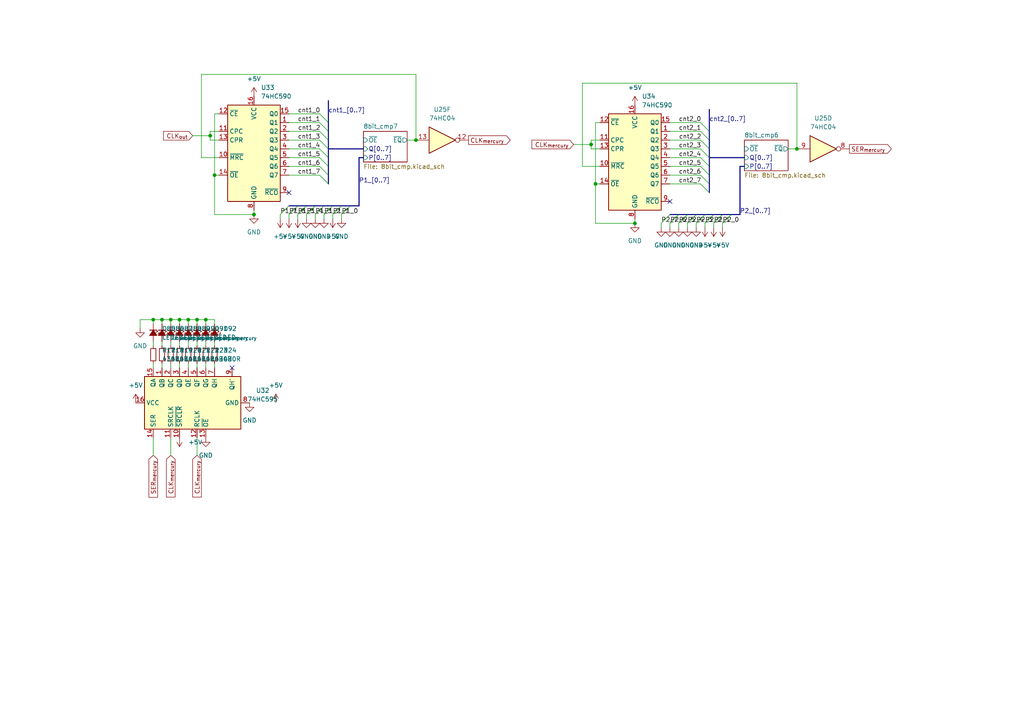
<source format=kicad_sch>
(kicad_sch (version 20230121) (generator eeschema)
  (paper "A4")
  (lib_symbols
    (symbol "74xx:74HC04"
      (property "Reference" "U" (at 0 1.27 0))
      (property "Value" "74HC04" (at 0 -1.27 0))
      (symbol "74HC04_1_0"
        (polyline (pts (xy -3.81 3.81) (xy -3.81 -3.81) (xy 3.81 0) (xy -3.81 3.81)) (stroke (width 0.254)) (fill (type background)))
        (pin input line (at -7.62 0 0) (length 3.81) (name "~") (number "1"))
        (pin output inverted (at 7.62 0 180) (length 3.81) (name "~") (number "2"))
      )
      (symbol "74HC04_2_0"
        (polyline (pts (xy -3.81 3.81) (xy -3.81 -3.81) (xy 3.81 0) (xy -3.81 3.81)) (stroke (width 0.254)) (fill (type background)))
        (pin input line (at -7.62 0 0) (length 3.81) (name "~") (number "3"))
        (pin output inverted (at 7.62 0 180) (length 3.81) (name "~") (number "4"))
      )
      (symbol "74HC04_3_0"
        (polyline (pts (xy -3.81 3.81) (xy -3.81 -3.81) (xy 3.81 0) (xy -3.81 3.81)) (stroke (width 0.254)) (fill (type background)))
        (pin input line (at -7.62 0 0) (length 3.81) (name "~") (number "5"))
        (pin output inverted (at 7.62 0 180) (length 3.81) (name "~") (number "6"))
      )
      (symbol "74HC04_4_0"
        (polyline (pts (xy -3.81 3.81) (xy -3.81 -3.81) (xy 3.81 0) (xy -3.81 3.81)) (stroke (width 0.254)) (fill (type background)))
        (pin output inverted (at 7.62 0 180) (length 3.81) (name "~") (number "8"))
        (pin input line (at -7.62 0 0) (length 3.81) (name "~") (number "9"))
      )
      (symbol "74HC04_5_0"
        (polyline (pts (xy -3.81 3.81) (xy -3.81 -3.81) (xy 3.81 0) (xy -3.81 3.81)) (stroke (width 0.254)) (fill (type background)))
        (pin output inverted (at 7.62 0 180) (length 3.81) (name "~") (number "10"))
        (pin input line (at -7.62 0 0) (length 3.81) (name "~") (number "11"))
      )
      (symbol "74HC04_6_0"
        (polyline (pts (xy -3.81 3.81) (xy -3.81 -3.81) (xy 3.81 0) (xy -3.81 3.81)) (stroke (width 0.254)) (fill (type background)))
        (pin output inverted (at 7.62 0 180) (length 3.81) (name "~") (number "12"))
        (pin input line (at -7.62 0 0) (length 3.81) (name "~") (number "13"))
      )
      (symbol "74HC04_7_0"
        (pin power_in line (at 0 12.7 270) (length 5.08) (name "VCC") (number "14"))
        (pin power_in line (at 0 -12.7 90) (length 5.08) (name "GND") (number "7"))
      )
      (symbol "74HC04_7_1"
        (rectangle (start -5.08 7.62) (end 5.08 -7.62) (stroke (width 0.254)) (fill (type background)))
      )
    )
    (symbol "74xx:74HC590"
      (property "Reference" "U" (at -7.62 16.51 0))
      (property "Value" "74HC590" (at -7.62 -13.97 0))
      (symbol "74HC590_1_0"
        (pin tri_state line (at 10.16 10.16 180) (length 2.54) (name "Q1") (number "1"))
        (pin input line (at -10.16 0 0) (length 2.54) (name "~{MRC}") (number "10"))
        (pin input line (at -10.16 7.62 0) (length 2.54) (name "CPC") (number "11"))
        (pin input line (at -10.16 12.7 0) (length 2.54) (name "~{CE}") (number "12"))
        (pin input line (at -10.16 5.08 0) (length 2.54) (name "CPR") (number "13"))
        (pin input line (at -10.16 -5.08 0) (length 2.54) (name "~{OE}") (number "14"))
        (pin tri_state line (at 10.16 12.7 180) (length 2.54) (name "Q0") (number "15"))
        (pin power_in line (at 0 17.78 270) (length 2.54) (name "VCC") (number "16"))
        (pin tri_state line (at 10.16 7.62 180) (length 2.54) (name "Q2") (number "2"))
        (pin tri_state line (at 10.16 5.08 180) (length 2.54) (name "Q3") (number "3"))
        (pin tri_state line (at 10.16 2.54 180) (length 2.54) (name "Q4") (number "4"))
        (pin tri_state line (at 10.16 0 180) (length 2.54) (name "Q5") (number "5"))
        (pin tri_state line (at 10.16 -2.54 180) (length 2.54) (name "Q6") (number "6"))
        (pin tri_state line (at 10.16 -5.08 180) (length 2.54) (name "Q7") (number "7"))
        (pin power_in line (at 0 -15.24 90) (length 2.54) (name "GND") (number "8"))
        (pin output line (at 10.16 -10.16 180) (length 2.54) (name "~{RCO}") (number "9"))
      )
      (symbol "74HC590_1_1"
        (rectangle (start -7.62 15.24) (end 7.62 -12.7) (stroke (width 0.254)) (fill (type background)))
      )
    )
    (symbol "74xx:74HC595"
      (property "Reference" "U" (at -7.62 13.97 0))
      (property "Value" "74HC595" (at -7.62 -16.51 0))
      (symbol "74HC595_1_0"
        (pin tri_state line (at 10.16 7.62 180) (length 2.54) (name "QB") (number "1"))
        (pin input line (at -10.16 2.54 0) (length 2.54) (name "~{SRCLR}") (number "10"))
        (pin input line (at -10.16 5.08 0) (length 2.54) (name "SRCLK") (number "11"))
        (pin input line (at -10.16 -2.54 0) (length 2.54) (name "RCLK") (number "12"))
        (pin input line (at -10.16 -5.08 0) (length 2.54) (name "~{OE}") (number "13"))
        (pin input line (at -10.16 10.16 0) (length 2.54) (name "SER") (number "14"))
        (pin tri_state line (at 10.16 10.16 180) (length 2.54) (name "QA") (number "15"))
        (pin power_in line (at 0 15.24 270) (length 2.54) (name "VCC") (number "16"))
        (pin tri_state line (at 10.16 5.08 180) (length 2.54) (name "QC") (number "2"))
        (pin tri_state line (at 10.16 2.54 180) (length 2.54) (name "QD") (number "3"))
        (pin tri_state line (at 10.16 0 180) (length 2.54) (name "QE") (number "4"))
        (pin tri_state line (at 10.16 -2.54 180) (length 2.54) (name "QF") (number "5"))
        (pin tri_state line (at 10.16 -5.08 180) (length 2.54) (name "QG") (number "6"))
        (pin tri_state line (at 10.16 -7.62 180) (length 2.54) (name "QH") (number "7"))
        (pin power_in line (at 0 -17.78 90) (length 2.54) (name "GND") (number "8"))
        (pin output line (at 10.16 -12.7 180) (length 2.54) (name "QH'") (number "9"))
      )
      (symbol "74HC595_1_1"
        (rectangle (start -7.62 12.7) (end 7.62 -15.24) (stroke (width 0.254)) (fill (type background)))
      )
    )
    (symbol "Device:LED_Small_Filled" (pin_numbers hide) (pin_names (offset 0.254) hide)
      (property "Reference" "D" (at -1.27 3.175 0))
      (property "Value" "LED_Small_Filled" (at -4.445 -2.54 0))
      (symbol "LED_Small_Filled_0_1"
        (polyline (pts (xy -0.762 -1.016) (xy -0.762 1.016)) (stroke (width 0.254)))
        (polyline (pts (xy 1.016 0) (xy -0.762 0)))
        (polyline (pts (xy 0.762 -1.016) (xy -0.762 0) (xy 0.762 1.016) (xy 0.762 -1.016)) (stroke (width 0.254)) (fill (type outline)))
        (polyline (pts (xy 0 0.762) (xy -0.508 1.27) (xy -0.254 1.27) (xy -0.508 1.27) (xy -0.508 1.016)))
        (polyline (pts (xy 0.508 1.27) (xy 0 1.778) (xy 0.254 1.778) (xy 0 1.778) (xy 0 1.524)))
      )
      (symbol "LED_Small_Filled_1_1"
        (pin passive line (at -2.54 0 0) (length 1.778) (name "K") (number "1"))
        (pin passive line (at 2.54 0 180) (length 1.778) (name "A") (number "2"))
      )
    )
    (symbol "Device:R_Small" (pin_numbers hide) (pin_names (offset 0.254) hide)
      (property "Reference" "R" (at 0.762 0.508 0))
      (property "Value" "R_Small" (at 0.762 -1.016 0))
      (symbol "R_Small_0_1"
        (rectangle (start -0.762 1.778) (end 0.762 -1.778) (stroke (width 0.2032)))
      )
      (symbol "R_Small_1_1"
        (pin passive line (at 0 2.54 270) (length 0.762) (name "~") (number "1"))
        (pin passive line (at 0 -2.54 90) (length 0.762) (name "~") (number "2"))
      )
    )
    (symbol "power:+5V" (power) (pin_names (offset 0))
      (property "Value" "+5V" (at 0 3.556 0))
      (symbol "+5V_0_1"
        (polyline (pts (xy -0.762 1.27) (xy 0 2.54)))
        (polyline (pts (xy 0 0) (xy 0 2.54)))
        (polyline (pts (xy 0 2.54) (xy 0.762 1.27)))
      )
      (symbol "+5V_1_1"
        (pin power_in line (at 0 0 90) (length 0) hide (name "+5V") (number "1"))
      )
    )
    (symbol "power:GND" (power) (pin_names (offset 0))
      (property "Value" "GND" (at 0 -3.81 0))
      (symbol "GND_0_1"
        (polyline (pts (xy 0 0) (xy 0 -1.27) (xy 1.27 -1.27) (xy 0 -2.54) (xy -1.27 -1.27) (xy 0 -1.27)))
      )
      (symbol "GND_1_1"
        (pin power_in line (at 0 0 270) (length 0) hide (name "GND") (number "1"))
      )
    )
  )
  (junction (at 49.53 92.71))
  (junction (at 59.69 92.71))
  (junction (at 120.65 40.64))
  (junction (at 60.96 39.37))
  (junction (at 172.72 53.34))
  (junction (at 52.07 92.71))
  (junction (at 46.99 92.71))
  (junction (at 44.45 92.71))
  (junction (at 231.14 43.18))
  (junction (at 62.23 50.8))
  (junction (at 54.61 92.71))
  (junction (at 171.45 41.91))
  (junction (at 57.15 92.71))
  (junction (at 184.15 64.77))
  (junction (at 73.66 62.23))
  (no_connect (at 67.31 106.68))
  (no_connect (at 83.82 55.88))
  (no_connect (at 194.31 58.42))
  (bus_entry (at 199.39 62.23) (size -2.54 2.54))
  (bus_entry (at 204.47 62.23) (size -2.54 2.54))
  (bus_entry (at 203.2 45.72) (size 2.54 2.54))
  (bus_entry (at 96.52 59.69) (size -2.54 2.54))
  (bus_entry (at 201.93 62.23) (size -2.54 2.54))
  (bus_entry (at 92.71 35.56) (size 2.54 2.54))
  (bus_entry (at 93.98 59.69) (size -2.54 2.54))
  (bus_entry (at 209.55 62.23) (size -2.54 2.54))
  (bus_entry (at 203.2 35.56) (size 2.54 2.54))
  (bus_entry (at 91.44 59.69) (size -2.54 2.54))
  (bus_entry (at 92.71 40.64) (size 2.54 2.54))
  (bus_entry (at 92.71 43.18) (size 2.54 2.54))
  (bus_entry (at 99.06 59.69) (size -2.54 2.54))
  (bus_entry (at 101.6 59.69) (size -2.54 2.54))
  (bus_entry (at 194.31 62.23) (size -2.54 2.54))
  (bus_entry (at 86.36 59.69) (size -2.54 2.54))
  (bus_entry (at 203.2 53.34) (size 2.54 2.54))
  (bus_entry (at 207.01 62.23) (size -2.54 2.54))
  (bus_entry (at 92.71 50.8) (size 2.54 2.54))
  (bus_entry (at 88.9 59.69) (size -2.54 2.54))
  (bus_entry (at 92.71 33.02) (size 2.54 2.54))
  (bus_entry (at 196.85 62.23) (size -2.54 2.54))
  (bus_entry (at 83.82 59.69) (size -2.54 2.54))
  (bus_entry (at 203.2 40.64) (size 2.54 2.54))
  (bus_entry (at 92.71 38.1) (size 2.54 2.54))
  (bus_entry (at 92.71 48.26) (size 2.54 2.54))
  (bus_entry (at 203.2 48.26) (size 2.54 2.54))
  (bus_entry (at 212.09 62.23) (size -2.54 2.54))
  (bus_entry (at 203.2 43.18) (size 2.54 2.54))
  (bus_entry (at 203.2 38.1) (size 2.54 2.54))
  (bus_entry (at 92.71 45.72) (size 2.54 2.54))
  (bus_entry (at 203.2 50.8) (size 2.54 2.54))
  (wire (pts (xy 83.82 40.64) (xy 92.71 40.64)))
  (wire (pts (xy 44.45 105.41) (xy 44.45 106.68)))
  (wire (pts (xy 83.82 35.56) (xy 92.71 35.56)))
  (wire (pts (xy 52.07 92.71) (xy 52.07 93.98)))
  (wire (pts (xy 83.82 62.23) (xy 83.82 63.5)))
  (wire (pts (xy 231.14 24.13) (xy 168.91 24.13)))
  (wire (pts (xy 60.96 39.37) (xy 60.96 38.1)))
  (wire (pts (xy 54.61 92.71) (xy 57.15 92.71)))
  (wire (pts (xy 171.45 43.18) (xy 171.45 41.91)))
  (wire (pts (xy 194.31 35.56) (xy 203.2 35.56)))
  (wire (pts (xy 62.23 62.23) (xy 62.23 50.8)))
  (wire (pts (xy 166.37 41.91) (xy 171.45 41.91)))
  (wire (pts (xy 99.06 62.23) (xy 99.06 63.5)))
  (wire (pts (xy 81.28 62.23) (xy 81.28 63.5)))
  (wire (pts (xy 49.53 99.06) (xy 49.53 100.33)))
  (wire (pts (xy 52.07 92.71) (xy 54.61 92.71)))
  (wire (pts (xy 171.45 41.91) (xy 171.45 40.64)))
  (wire (pts (xy 184.15 63.5) (xy 184.15 64.77)))
  (wire (pts (xy 168.91 48.26) (xy 173.99 48.26)))
  (wire (pts (xy 44.45 92.71) (xy 46.99 92.71)))
  (wire (pts (xy 207.01 64.77) (xy 207.01 66.04)))
  (bus (pts (xy 205.74 43.18) (xy 205.74 45.72)))
  (wire (pts (xy 194.31 38.1) (xy 203.2 38.1)))
  (wire (pts (xy 57.15 92.71) (xy 59.69 92.71)))
  (wire (pts (xy 62.23 33.02) (xy 63.5 33.02)))
  (wire (pts (xy 40.64 92.71) (xy 44.45 92.71)))
  (bus (pts (xy 194.31 62.23) (xy 196.85 62.23)))
  (wire (pts (xy 46.99 105.41) (xy 46.99 106.68)))
  (bus (pts (xy 214.63 62.23) (xy 214.63 48.26)))
  (wire (pts (xy 49.53 127) (xy 49.53 132.08)))
  (bus (pts (xy 209.55 62.23) (xy 212.09 62.23)))
  (bus (pts (xy 83.82 59.69) (xy 86.36 59.69)))
  (wire (pts (xy 62.23 50.8) (xy 62.23 33.02)))
  (wire (pts (xy 194.31 48.26) (xy 203.2 48.26)))
  (wire (pts (xy 62.23 92.71) (xy 62.23 93.98)))
  (wire (pts (xy 194.31 53.34) (xy 203.2 53.34)))
  (bus (pts (xy 93.98 59.69) (xy 96.52 59.69)))
  (wire (pts (xy 201.93 64.77) (xy 201.93 66.04)))
  (wire (pts (xy 59.69 105.41) (xy 59.69 106.68)))
  (bus (pts (xy 205.74 40.64) (xy 205.74 43.18)))
  (bus (pts (xy 95.25 45.72) (xy 95.25 48.26)))
  (bus (pts (xy 95.25 40.64) (xy 95.25 43.18)))
  (wire (pts (xy 62.23 50.8) (xy 63.5 50.8)))
  (wire (pts (xy 73.66 62.23) (xy 62.23 62.23)))
  (wire (pts (xy 196.85 64.77) (xy 196.85 66.04)))
  (wire (pts (xy 57.15 99.06) (xy 57.15 100.33)))
  (bus (pts (xy 196.85 62.23) (xy 199.39 62.23)))
  (bus (pts (xy 201.93 62.23) (xy 204.47 62.23)))
  (wire (pts (xy 172.72 53.34) (xy 172.72 35.56)))
  (wire (pts (xy 231.14 43.18) (xy 231.14 24.13)))
  (wire (pts (xy 46.99 92.71) (xy 49.53 92.71)))
  (bus (pts (xy 95.25 35.56) (xy 95.25 38.1)))
  (bus (pts (xy 205.74 45.72) (xy 215.9 45.72)))
  (wire (pts (xy 172.72 53.34) (xy 173.99 53.34)))
  (wire (pts (xy 57.15 92.71) (xy 57.15 93.98)))
  (wire (pts (xy 58.42 21.59) (xy 58.42 45.72)))
  (wire (pts (xy 83.82 43.18) (xy 92.71 43.18)))
  (bus (pts (xy 205.74 45.72) (xy 205.74 48.26)))
  (wire (pts (xy 118.11 40.64) (xy 120.65 40.64)))
  (wire (pts (xy 120.65 40.64) (xy 120.65 21.59)))
  (bus (pts (xy 212.09 62.23) (xy 214.63 62.23)))
  (wire (pts (xy 93.98 62.23) (xy 93.98 63.5)))
  (wire (pts (xy 168.91 24.13) (xy 168.91 48.26)))
  (bus (pts (xy 205.74 31.75) (xy 205.74 38.1)))
  (bus (pts (xy 205.74 48.26) (xy 205.74 50.8)))
  (bus (pts (xy 104.14 59.69) (xy 104.14 45.72)))
  (bus (pts (xy 207.01 62.23) (xy 209.55 62.23)))
  (wire (pts (xy 194.31 43.18) (xy 203.2 43.18)))
  (wire (pts (xy 44.45 99.06) (xy 44.45 100.33)))
  (wire (pts (xy 54.61 92.71) (xy 54.61 93.98)))
  (wire (pts (xy 57.15 127) (xy 57.15 132.08)))
  (wire (pts (xy 46.99 92.71) (xy 46.99 93.98)))
  (bus (pts (xy 204.47 62.23) (xy 207.01 62.23)))
  (wire (pts (xy 46.99 99.06) (xy 46.99 100.33)))
  (wire (pts (xy 209.55 64.77) (xy 209.55 66.04)))
  (wire (pts (xy 59.69 99.06) (xy 59.69 100.33)))
  (wire (pts (xy 184.15 64.77) (xy 172.72 64.77)))
  (bus (pts (xy 205.74 50.8) (xy 205.74 53.34)))
  (bus (pts (xy 95.25 38.1) (xy 95.25 40.64)))
  (wire (pts (xy 91.44 62.23) (xy 91.44 63.5)))
  (wire (pts (xy 96.52 62.23) (xy 96.52 63.5)))
  (wire (pts (xy 60.96 38.1) (xy 63.5 38.1)))
  (wire (pts (xy 171.45 40.64) (xy 173.99 40.64)))
  (wire (pts (xy 173.99 43.18) (xy 171.45 43.18)))
  (wire (pts (xy 172.72 64.77) (xy 172.72 53.34)))
  (wire (pts (xy 83.82 48.26) (xy 92.71 48.26)))
  (wire (pts (xy 58.42 45.72) (xy 63.5 45.72)))
  (wire (pts (xy 54.61 99.06) (xy 54.61 100.33)))
  (wire (pts (xy 54.61 105.41) (xy 54.61 106.68)))
  (wire (pts (xy 59.69 92.71) (xy 62.23 92.71)))
  (wire (pts (xy 83.82 45.72) (xy 92.71 45.72)))
  (wire (pts (xy 228.6 43.18) (xy 231.14 43.18)))
  (bus (pts (xy 205.74 53.34) (xy 205.74 55.88)))
  (wire (pts (xy 83.82 38.1) (xy 92.71 38.1)))
  (wire (pts (xy 49.53 105.41) (xy 49.53 106.68)))
  (bus (pts (xy 91.44 59.69) (xy 93.98 59.69)))
  (bus (pts (xy 214.63 48.26) (xy 215.9 48.26)))
  (bus (pts (xy 101.6 59.69) (xy 104.14 59.69)))
  (wire (pts (xy 63.5 40.64) (xy 60.96 40.64)))
  (wire (pts (xy 194.31 64.77) (xy 194.31 66.04)))
  (wire (pts (xy 44.45 132.08) (xy 44.45 127)))
  (bus (pts (xy 88.9 59.69) (xy 91.44 59.69)))
  (bus (pts (xy 95.25 29.21) (xy 95.25 35.56)))
  (bus (pts (xy 86.36 59.69) (xy 88.9 59.69)))
  (wire (pts (xy 62.23 105.41) (xy 62.23 106.68)))
  (wire (pts (xy 40.64 92.71) (xy 40.64 95.25)))
  (bus (pts (xy 95.25 43.18) (xy 105.41 43.18)))
  (wire (pts (xy 83.82 50.8) (xy 92.71 50.8)))
  (wire (pts (xy 194.31 50.8) (xy 203.2 50.8)))
  (wire (pts (xy 52.07 99.06) (xy 52.07 100.33)))
  (wire (pts (xy 49.53 92.71) (xy 52.07 92.71)))
  (bus (pts (xy 95.25 50.8) (xy 95.25 53.34)))
  (wire (pts (xy 60.96 40.64) (xy 60.96 39.37)))
  (wire (pts (xy 194.31 45.72) (xy 203.2 45.72)))
  (wire (pts (xy 59.69 92.71) (xy 59.69 93.98)))
  (wire (pts (xy 191.77 64.77) (xy 191.77 66.04)))
  (bus (pts (xy 95.25 48.26) (xy 95.25 50.8)))
  (bus (pts (xy 199.39 62.23) (xy 201.93 62.23)))
  (bus (pts (xy 104.14 45.72) (xy 105.41 45.72)))
  (wire (pts (xy 62.23 99.06) (xy 62.23 100.33)))
  (bus (pts (xy 99.06 59.69) (xy 101.6 59.69)))
  (bus (pts (xy 96.52 59.69) (xy 99.06 59.69)))
  (wire (pts (xy 44.45 92.71) (xy 44.45 93.98)))
  (wire (pts (xy 204.47 64.77) (xy 204.47 66.04)))
  (bus (pts (xy 95.25 43.18) (xy 95.25 45.72)))
  (bus (pts (xy 205.74 38.1) (xy 205.74 40.64)))
  (wire (pts (xy 172.72 35.56) (xy 173.99 35.56)))
  (wire (pts (xy 194.31 40.64) (xy 203.2 40.64)))
  (wire (pts (xy 57.15 105.41) (xy 57.15 106.68)))
  (wire (pts (xy 83.82 33.02) (xy 92.71 33.02)))
  (wire (pts (xy 120.65 21.59) (xy 58.42 21.59)))
  (wire (pts (xy 199.39 64.77) (xy 199.39 66.04)))
  (wire (pts (xy 73.66 60.96) (xy 73.66 62.23)))
  (wire (pts (xy 55.88 39.37) (xy 60.96 39.37)))
  (wire (pts (xy 88.9 62.23) (xy 88.9 63.5)))
  (wire (pts (xy 86.36 62.23) (xy 86.36 63.5)))
  (wire (pts (xy 49.53 92.71) (xy 49.53 93.98)))
  (wire (pts (xy 52.07 105.41) (xy 52.07 106.68)))
  (label "cnt2_0" (at 196.85 35.56 0))
  (label "P1_[0..7]" (at 104.14 53.34 0))
  (label "P1_6" (at 83.82 62.23 0))
  (label "cnt2_[0..7]" (at 205.74 35.56 0))
  (label "cnt2_2" (at 196.9014 40.64 0))
  (label "P2_[0..7]" (at 214.63 62.23 0))
  (label "cnt2_3" (at 196.85 43.18 0))
  (label "P2_7" (at 191.77 64.77 0))
  (label "P2_2" (at 204.47 64.77 0))
  (label "cnt2_6" (at 196.85 50.8 0))
  (label "P2_4" (at 199.39 64.77 0))
  (label "cnt1_3" (at 86.36 40.64 0))
  (label "cnt1_2" (at 86.4114 38.1 0))
  (label "cnt1_[0..7]" (at 95.25 33.02 0))
  (label "cnt1_6" (at 86.36 48.26 0))
  (label "P2_1" (at 207.01 64.77 0))
  (label "cnt1_1" (at 86.36 35.56 0))
  (label "P1_2" (at 93.98 62.23 0))
  (label "cnt1_0" (at 86.36 33.02 0))
  (label "cnt2_7" (at 196.85 53.34 0))
  (label "P1_4" (at 88.9 62.23 0))
  (label "cnt1_5" (at 86.36 45.72 0))
  (label "P2_3" (at 201.93 64.77 0))
  (label "P1_3" (at 91.44 62.23 0))
  (label "cnt1_7" (at 86.36 50.8 0))
  (label "cnt1_4" (at 86.36 43.18 0))
  (label "P1_7" (at 81.28 62.23 0))
  (label "cnt2_4" (at 196.85 45.72 0))
  (label "P2_0" (at 209.55 64.77 0))
  (label "P2_6" (at 194.31 64.77 0))
  (label "P1_1" (at 96.52 62.23 0))
  (label "P1_0" (at 99.06 62.23 0))
  (label "P1_5" (at 86.36 62.23 0))
  (label "P2_5" (at 196.85 64.77 0))
  (label "cnt2_1" (at 196.85 38.1 0))
  (label "cnt2_5" (at 196.85 48.26 0))
  (global_label "SER_{mercury}" (shape output) (at 246.38 43.18 0) (property "Intersheetrefs" "${INTERSHEET_REFS}" (effects hide)))
  (global_label "CLK_{mercury}" (shape input) (at 166.37 41.91 180) (property "Intersheetrefs" "${INTERSHEET_REFS}" (effects hide)))
  (global_label "SER_{mercury}" (shape input) (at 44.45 132.08 270) (property "Intersheetrefs" "${INTERSHEET_REFS}" (effects hide)))
  (global_label "CLK_{out}" (shape input) (at 55.88 39.37 180) (property "Intersheetrefs" "${INTERSHEET_REFS}" (effects hide)))
  (global_label "CLK_{mercury}" (shape input) (at 57.15 132.08 270) (property "Intersheetrefs" "${INTERSHEET_REFS}" (effects hide)))
  (global_label "CLK_{mercury}" (shape input) (at 49.53 132.08 270) (property "Intersheetrefs" "${INTERSHEET_REFS}" (effects hide)))
  (global_label "CLK_{mercury}" (shape output) (at 135.89 40.64 0) (property "Intersheetrefs" "${INTERSHEET_REFS}" (effects hide)))
  (symbol (lib_id "Device:R_Small") (at 52.07 102.87 0) (unit 1)
    (property "Reference" "R20" (at 54.61 101.5999 0) (effects (justify left)))
    (property "Value" "430R" (at 54.61 104.1399 0) (effects (justify left)))
    (property "Footprint" "Resistor_SMD:R_0603_1608Metric_Pad0.98x0.95mm_HandSolder" (effects hide))
  )
  (symbol (lib_id "Device:R_Small") (at 62.23 102.87 0) (unit 1)
    (property "Reference" "R24" (at 64.77 101.5999 0) (effects (justify left)))
    (property "Value" "430R" (at 64.77 104.1399 0) (effects (justify left)))
    (property "Footprint" "Resistor_SMD:R_0603_1608Metric_Pad0.98x0.95mm_HandSolder" (effects hide))
  )
  (symbol (lib_id "Device:R_Small") (at 57.15 102.87 0) (unit 1)
    (property "Reference" "R22" (at 59.69 101.5999 0) (effects (justify left)))
    (property "Value" "430R" (at 59.69 104.1399 0) (effects (justify left)))
    (property "Footprint" "Resistor_SMD:R_0603_1608Metric_Pad0.98x0.95mm_HandSolder" (effects hide))
  )
  (symbol (lib_id "power:GND") (at 184.15 64.77 0) (unit 1)
    (property "Reference" "#PWR0139" (effects hide))
    (property "Value" "GND" (at 184.15 69.85 0))
  )
  (symbol (lib_id "Device:LED_Small_Filled") (at 46.99 96.52 270) (unit 1)
    (property "Reference" "D86" (at 49.53 95.3134 90) (effects (justify left)))
    (property "Value" "LED_{mercury}" (at 49.53 97.8534 90) (effects (justify left)))
    (property "Footprint" "LED_SMD:LED_0402_1005Metric_Pad0.77x0.64mm_HandSolder" (effects hide))
  )
  (symbol (lib_id "Device:LED_Small_Filled") (at 57.15 96.52 270) (unit 1)
    (property "Reference" "D90" (at 59.69 95.3134 90) (effects (justify left)))
    (property "Value" "LED_{mercury}" (at 59.69 97.8534 90) (effects (justify left)))
    (property "Footprint" "LED_SMD:LED_0402_1005Metric_Pad0.77x0.64mm_HandSolder" (effects hide))
  )
  (symbol (lib_id "Device:LED_Small_Filled") (at 49.53 96.52 270) (unit 1)
    (property "Reference" "D87" (at 52.07 95.3134 90) (effects (justify left)))
    (property "Value" "LED_{mercury}" (at 52.07 97.8534 90) (effects (justify left)))
    (property "Footprint" "LED_SMD:LED_0402_1005Metric_Pad0.77x0.64mm_HandSolder" (effects hide))
  )
  (symbol (lib_id "power:GND") (at 91.44 63.5 0) (unit 1)
    (property "Reference" "#PWR0134" (effects hide))
    (property "Value" "GND" (at 91.44 68.58 0))
  )
  (symbol (lib_id "power:+5V") (at 96.52 63.5 180) (unit 1)
    (property "Reference" "#PWR0136" (effects hide))
    (property "Value" "+5V" (at 96.52 68.58 0))
  )
  (symbol (lib_id "power:+5V") (at 207.01 66.04 180) (unit 1)
    (property "Reference" "#PWR0146" (effects hide))
    (property "Value" "+5V" (at 207.01 71.12 0))
  )
  (symbol (lib_id "Device:R_Small") (at 46.99 102.87 0) (unit 1)
    (property "Reference" "R18" (at 49.53 101.5999 0) (effects (justify left)))
    (property "Value" "430R" (at 49.53 104.1399 0) (effects (justify left)))
    (property "Footprint" "Resistor_SMD:R_0603_1608Metric_Pad0.98x0.95mm_HandSolder" (effects hide))
  )
  (symbol (lib_id "power:+5V") (at 39.37 116.84 0) (unit 1)
    (property "Reference" "#PWR0122" (effects hide))
    (property "Value" "+5V" (at 39.37 111.76 0))
  )
  (symbol (lib_id "power:+5V") (at 86.36 63.5 180) (unit 1)
    (property "Reference" "#PWR0132" (effects hide))
    (property "Value" "+5V" (at 86.36 68.58 0))
  )
  (symbol (lib_id "power:+5V") (at 209.55 66.04 180) (unit 1)
    (property "Reference" "#PWR0147" (effects hide))
    (property "Value" "+5V" (at 209.55 71.12 0))
  )
  (symbol (lib_id "power:+5V") (at 52.07 127 180) (unit 1)
    (property "Reference" "#PWR0124" (effects hide))
    (property "Value" "+5V" (at 54.61 128.2699 0) (effects (justify right)))
  )
  (symbol (lib_id "Device:R_Small") (at 49.53 102.87 0) (unit 1)
    (property "Reference" "R19" (at 52.07 101.5999 0) (effects (justify left)))
    (property "Value" "430R" (at 52.07 104.1399 0) (effects (justify left)))
    (property "Footprint" "Resistor_SMD:R_0603_1608Metric_Pad0.98x0.95mm_HandSolder" (effects hide))
  )
  (symbol (lib_id "power:GND") (at 72.39 116.84 0) (unit 1)
    (property "Reference" "#PWR0126" (effects hide))
    (property "Value" "GND" (at 72.39 121.92 0))
  )
  (symbol (lib_id "power:GND") (at 99.06 63.5 0) (unit 1)
    (property "Reference" "#PWR0137" (effects hide))
    (property "Value" "GND" (at 99.06 68.58 0))
  )
  (symbol (lib_id "power:GND") (at 88.9 63.5 0) (unit 1)
    (property "Reference" "#PWR0133" (effects hide))
    (property "Value" "GND" (at 88.9 68.58 0))
  )
  (symbol (lib_id "power:+5V") (at 81.28 63.5 180) (unit 1)
    (property "Reference" "#PWR0130" (effects hide))
    (property "Value" "+5V" (at 81.28 68.58 0))
  )
  (symbol (lib_id "power:+5V") (at 73.66 27.94 0) (unit 1)
    (property "Reference" "#PWR0127" (effects hide))
    (property "Value" "+5V" (at 73.66 22.86 0))
  )
  (symbol (lib_id "power:GND") (at 40.64 95.25 0) (unit 1)
    (property "Reference" "#PWR0123" (effects hide))
    (property "Value" "GND" (at 40.64 100.33 0))
  )
  (symbol (lib_id "74xx:74HC590") (at 184.15 48.26 0) (unit 1)
    (property "Reference" "U34" (at 186.1694 27.94 0) (effects (justify left)))
    (property "Value" "74HC590" (at 186.1694 30.48 0) (effects (justify left)))
    (property "Footprint" "Package_SO:TSSOP-16-1EP_4.4x5mm_P0.65mm" (effects hide))
    (property "Datasheet" "https://assets.nexperia.com/documents/data-sheet/74HC590.pdf" (effects hide))
  )
  (symbol (lib_id "74xx:74HC04") (at 238.76 43.18 0) (unit 4)
    (property "Reference" "U25" (at 238.76 34.29 0))
    (property "Value" "74HC04" (at 238.76 36.83 0))
    (property "Footprint" "Package_SO:SO-14_5.3x10.2mm_P1.27mm" (effects hide))
    (property "Datasheet" "https://assets.nexperia.com/documents/data-sheet/74HC_HCT04.pdf" (effects hide))
  )
  (symbol (lib_id "power:+5V") (at 204.47 66.04 180) (unit 1)
    (property "Reference" "#PWR0145" (effects hide))
    (property "Value" "+5V" (at 204.47 71.12 0))
  )
  (symbol (lib_id "74xx:74HC590") (at 73.66 45.72 0) (unit 1)
    (property "Reference" "U33" (at 75.6794 25.4 0) (effects (justify left)))
    (property "Value" "74HC590" (at 75.6794 27.94 0) (effects (justify left)))
    (property "Footprint" "Package_SO:TSSOP-16-1EP_4.4x5mm_P0.65mm" (effects hide))
    (property "Datasheet" "https://assets.nexperia.com/documents/data-sheet/74HC590.pdf" (effects hide))
  )
  (symbol (lib_id "Device:LED_Small_Filled") (at 52.07 96.52 270) (unit 1)
    (property "Reference" "D88" (at 54.61 95.3134 90) (effects (justify left)))
    (property "Value" "LED_{mercury}" (at 54.61 97.8534 90) (effects (justify left)))
    (property "Footprint" "LED_SMD:LED_0402_1005Metric_Pad0.77x0.64mm_HandSolder" (effects hide))
  )
  (symbol (lib_id "Device:LED_Small_Filled") (at 62.23 96.52 270) (unit 1)
    (property "Reference" "D92" (at 64.77 95.3134 90) (effects (justify left)))
    (property "Value" "LED_{mercury}" (at 64.77 97.8534 90) (effects (justify left)))
    (property "Footprint" "LED_SMD:LED_0402_1005Metric_Pad0.77x0.64mm_HandSolder" (effects hide))
  )
  (symbol (lib_id "Device:R_Small") (at 44.45 102.87 0) (unit 1)
    (property "Reference" "R17" (at 46.99 101.5999 0) (effects (justify left)))
    (property "Value" "430R" (at 46.99 104.1399 0) (effects (justify left)))
    (property "Footprint" "Resistor_SMD:R_0603_1608Metric_Pad0.98x0.95mm_HandSolder" (effects hide))
  )
  (symbol (lib_id "power:GND") (at 73.66 62.23 0) (unit 1)
    (property "Reference" "#PWR0128" (effects hide))
    (property "Value" "GND" (at 73.66 67.31 0))
  )
  (symbol (lib_id "power:GND") (at 201.93 66.04 0) (unit 1)
    (property "Reference" "#PWR0144" (effects hide))
    (property "Value" "GND" (at 201.93 71.12 0))
  )
  (symbol (lib_id "power:+5V") (at 184.15 30.48 0) (unit 1)
    (property "Reference" "#PWR0138" (effects hide))
    (property "Value" "+5V" (at 184.15 25.4 0))
  )
  (symbol (lib_id "power:GND") (at 93.98 63.5 0) (unit 1)
    (property "Reference" "#PWR0135" (effects hide))
    (property "Value" "GND" (at 93.98 68.58 0))
  )
  (symbol (lib_id "power:+5V") (at 83.82 63.5 180) (unit 1)
    (property "Reference" "#PWR0131" (effects hide))
    (property "Value" "+5V" (at 83.82 68.58 0))
  )
  (symbol (lib_id "power:GND") (at 199.39 66.04 0) (unit 1)
    (property "Reference" "#PWR0143" (effects hide))
    (property "Value" "GND" (at 199.39 71.12 0))
  )
  (symbol (lib_id "Device:LED_Small_Filled") (at 59.69 96.52 270) (unit 1)
    (property "Reference" "D91" (at 62.23 95.3134 90) (effects (justify left)))
    (property "Value" "LED_{mercury}" (at 62.23 97.8534 90) (effects (justify left)))
    (property "Footprint" "LED_SMD:LED_0402_1005Metric_Pad0.77x0.64mm_HandSolder" (effects hide))
  )
  (symbol (lib_id "power:GND") (at 59.69 127 0) (unit 1)
    (property "Reference" "#PWR0125" (effects hide))
    (property "Value" "GND" (at 59.69 132.08 0))
  )
  (symbol (lib_id "power:GND") (at 196.85 66.04 0) (unit 1)
    (property "Reference" "#PWR0142" (effects hide))
    (property "Value" "GND" (at 196.85 71.12 0))
  )
  (symbol (lib_id "74xx:74HC595") (at 54.61 116.84 90) (unit 1)
    (property "Reference" "U32" (at 76.2 113.2586 90))
    (property "Value" "74HC595" (at 76.2 115.7986 90))
    (property "Footprint" "Package_SO:TSSOP-16-1EP_4.4x5mm_P0.65mm" (effects hide))
    (property "Datasheet" "http://www.ti.com/lit/ds/symlink/sn74hc595.pdf" (effects hide))
  )
  (symbol (lib_id "Device:R_Small") (at 54.61 102.87 0) (unit 1)
    (property "Reference" "R21" (at 57.15 101.5999 0) (effects (justify left)))
    (property "Value" "430R" (at 57.15 104.1399 0) (effects (justify left)))
    (property "Footprint" "Resistor_SMD:R_0603_1608Metric_Pad0.98x0.95mm_HandSolder" (effects hide))
  )
  (symbol (lib_id "74xx:74HC04") (at 128.27 40.64 0) (unit 6)
    (property "Reference" "U25" (at 128.27 31.75 0))
    (property "Value" "74HC04" (at 128.27 34.29 0))
    (property "Footprint" "Package_SO:SO-14_5.3x10.2mm_P1.27mm" (effects hide))
    (property "Datasheet" "https://assets.nexperia.com/documents/data-sheet/74HC_HCT04.pdf" (effects hide))
  )
  (symbol (lib_id "Device:LED_Small_Filled") (at 44.45 96.52 270) (unit 1)
    (property "Reference" "D85" (at 46.99 95.3134 90) (effects (justify left)))
    (property "Value" "LED_{mercury}" (at 46.99 97.8534 90) (effects (justify left)))
    (property "Footprint" "LED_SMD:LED_0402_1005Metric_Pad0.77x0.64mm_HandSolder" (effects hide))
  )
  (symbol (lib_id "Device:R_Small") (at 59.69 102.87 0) (unit 1)
    (property "Reference" "R23" (at 62.23 101.5999 0) (effects (justify left)))
    (property "Value" "430R" (at 62.23 104.1399 0) (effects (justify left)))
    (property "Footprint" "Resistor_SMD:R_0603_1608Metric_Pad0.98x0.95mm_HandSolder" (effects hide))
  )
  (symbol (lib_id "power:GND") (at 191.77 66.04 0) (unit 1)
    (property "Reference" "#PWR0140" (effects hide))
    (property "Value" "GND" (at 191.77 71.12 0))
  )
  (symbol (lib_id "power:GND") (at 194.31 66.04 0) (unit 1)
    (property "Reference" "#PWR0141" (effects hide))
    (property "Value" "GND" (at 194.31 71.12 0))
  )
  (symbol (lib_id "power:+5V") (at 80.01 116.84 0) (unit 1)
    (property "Reference" "#PWR0129" (effects hide))
    (property "Value" "+5V" (at 80.01 111.76 0))
  )
  (symbol (lib_id "Device:LED_Small_Filled") (at 54.61 96.52 270) (unit 1)
    (property "Reference" "D89" (at 57.15 95.3134 90) (effects (justify left)))
    (property "Value" "LED_{mercury}" (at 57.15 97.8534 90) (effects (justify left)))
    (property "Footprint" "LED_SMD:LED_0402_1005Metric_Pad0.77x0.64mm_HandSolder" (effects hide))
  )
  (sheet (at 215.9 40.64) (size 12.7 8.89) (stroke (width 0.1524))
    (property "Sheetname" "8bit_cmp6" (at 215.9 39.9284 0) (effects (justify left bottom)))
    (property "Sheetfile" "8bit_cmp.kicad_sch" (at 215.9 50.1146 0) (effects (justify left top)))
    (pin "~{OE}" input (at 215.9 43.18 180))
    (pin "Q[0..7]" input (at 215.9 45.72 180))
    (pin "P[0..7]" input (at 215.9 48.26 180))
    (pin "~{EQ}" output (at 228.6 43.18 0))
  )
  (sheet (at 105.41 38.1) (size 12.7 8.89) (stroke (width 0.1524))
    (property "Sheetname" "8bit_cmp7" (at 105.41 37.3884 0) (effects (justify left bottom)))
    (property "Sheetfile" "8bit_cmp.kicad_sch" (at 105.41 47.5746 0) (effects (justify left top)))
    (pin "~{OE}" input (at 105.41 40.64 180))
    (pin "Q[0..7]" input (at 105.41 43.18 180))
    (pin "P[0..7]" input (at 105.41 45.72 180))
    (pin "~{EQ}" output (at 118.11 40.64 0))
  )
)
</source>
